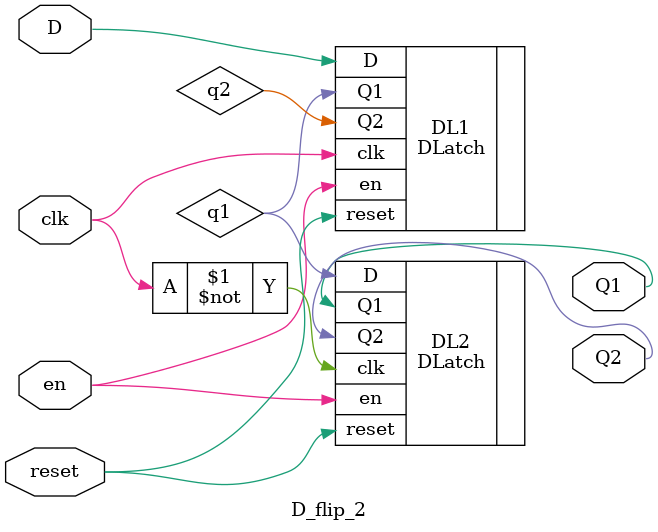
<source format=sv>
`timescale 1ns / 1ps


module D_flip_2(
input D,clk,en,reset,output Q1,Q2
    );
logic q1,q2;

DLatch DL1(.D(D),.clk(clk),.en(en),.reset(reset),.Q1(q1),.Q2(q2));

DLatch DL2(.D(q1),.clk(~clk),.en(en),.reset(reset),.Q1(Q1),.Q2(Q2));

endmodule
</source>
